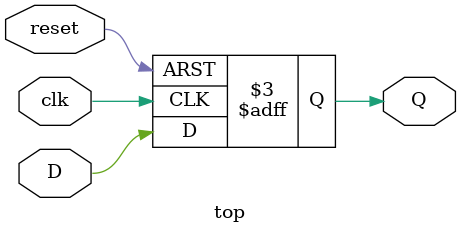
<source format=v>
module top
	(
		input clk,
		input reset,
		input D,
		output reg Q
	);

	always @(posedge clk or posedge reset)
	begin
		if(reset == 1'b1)
			Q <= '0;
		else
			Q <= D; 	
	end
endmodule
		

	 

</source>
